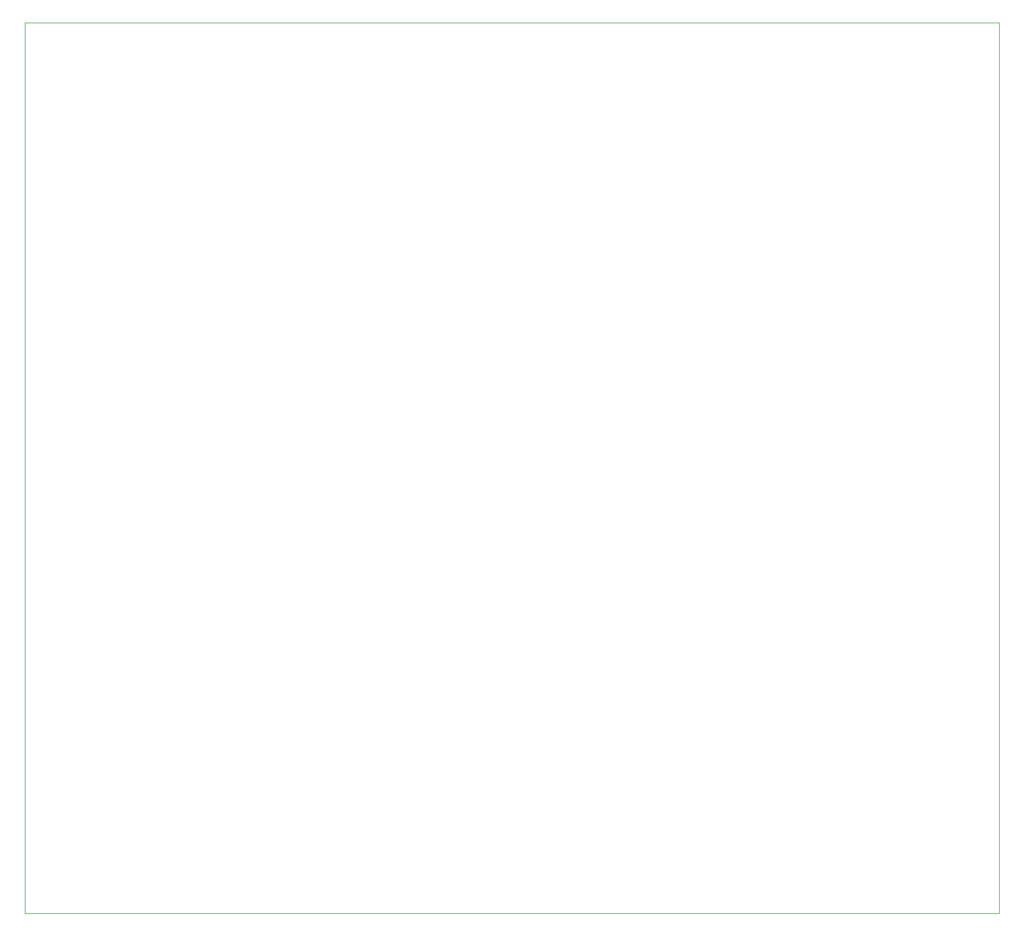
<source format=gbr>
%TF.GenerationSoftware,KiCad,Pcbnew,(5.1.6-0-10_14)*%
%TF.CreationDate,2021-03-24T18:08:36-04:00*%
%TF.ProjectId,lowstepper_hardware,6c6f7773-7465-4707-9065-725f68617264,rev?*%
%TF.SameCoordinates,Original*%
%TF.FileFunction,Profile,NP*%
%FSLAX46Y46*%
G04 Gerber Fmt 4.6, Leading zero omitted, Abs format (unit mm)*
G04 Created by KiCad (PCBNEW (5.1.6-0-10_14)) date 2021-03-24 18:08:36*
%MOMM*%
%LPD*%
G01*
G04 APERTURE LIST*
%TA.AperFunction,Profile*%
%ADD10C,0.100000*%
%TD*%
G04 APERTURE END LIST*
D10*
X281305000Y-154305000D02*
X132080000Y-154305000D01*
X132080000Y-154305000D02*
X132080000Y-17780000D01*
X132080000Y-17780000D02*
X281305000Y-17780000D01*
X281305000Y-17780000D02*
X281305000Y-154305000D01*
M02*

</source>
